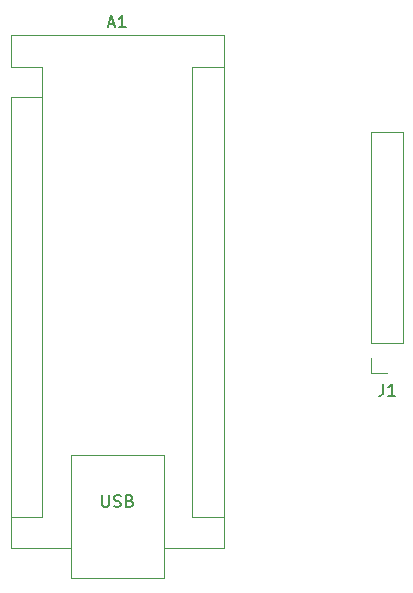
<source format=gbr>
%TF.GenerationSoftware,KiCad,Pcbnew,8.0.4*%
%TF.CreationDate,2024-08-26T17:47:24-03:00*%
%TF.ProjectId,IMU com arduino,494d5520-636f-46d2-9061-726475696e6f,rev?*%
%TF.SameCoordinates,Original*%
%TF.FileFunction,Legend,Top*%
%TF.FilePolarity,Positive*%
%FSLAX46Y46*%
G04 Gerber Fmt 4.6, Leading zero omitted, Abs format (unit mm)*
G04 Created by KiCad (PCBNEW 8.0.4) date 2024-08-26 17:47:24*
%MOMM*%
%LPD*%
G01*
G04 APERTURE LIST*
%ADD10C,0.150000*%
%ADD11C,0.120000*%
G04 APERTURE END LIST*
D10*
X96186666Y-50484819D02*
X96186666Y-51199104D01*
X96186666Y-51199104D02*
X96139047Y-51341961D01*
X96139047Y-51341961D02*
X96043809Y-51437200D01*
X96043809Y-51437200D02*
X95900952Y-51484819D01*
X95900952Y-51484819D02*
X95805714Y-51484819D01*
X97186666Y-51484819D02*
X96615238Y-51484819D01*
X96900952Y-51484819D02*
X96900952Y-50484819D01*
X96900952Y-50484819D02*
X96805714Y-50627676D01*
X96805714Y-50627676D02*
X96710476Y-50722914D01*
X96710476Y-50722914D02*
X96615238Y-50770533D01*
X72945714Y-19981104D02*
X73421904Y-19981104D01*
X72850476Y-20266819D02*
X73183809Y-19266819D01*
X73183809Y-19266819D02*
X73517142Y-20266819D01*
X74374285Y-20266819D02*
X73802857Y-20266819D01*
X74088571Y-20266819D02*
X74088571Y-19266819D01*
X74088571Y-19266819D02*
X73993333Y-19409676D01*
X73993333Y-19409676D02*
X73898095Y-19504914D01*
X73898095Y-19504914D02*
X73802857Y-19552533D01*
X72398095Y-59906819D02*
X72398095Y-60716342D01*
X72398095Y-60716342D02*
X72445714Y-60811580D01*
X72445714Y-60811580D02*
X72493333Y-60859200D01*
X72493333Y-60859200D02*
X72588571Y-60906819D01*
X72588571Y-60906819D02*
X72779047Y-60906819D01*
X72779047Y-60906819D02*
X72874285Y-60859200D01*
X72874285Y-60859200D02*
X72921904Y-60811580D01*
X72921904Y-60811580D02*
X72969523Y-60716342D01*
X72969523Y-60716342D02*
X72969523Y-59906819D01*
X73398095Y-60859200D02*
X73540952Y-60906819D01*
X73540952Y-60906819D02*
X73779047Y-60906819D01*
X73779047Y-60906819D02*
X73874285Y-60859200D01*
X73874285Y-60859200D02*
X73921904Y-60811580D01*
X73921904Y-60811580D02*
X73969523Y-60716342D01*
X73969523Y-60716342D02*
X73969523Y-60621104D01*
X73969523Y-60621104D02*
X73921904Y-60525866D01*
X73921904Y-60525866D02*
X73874285Y-60478247D01*
X73874285Y-60478247D02*
X73779047Y-60430628D01*
X73779047Y-60430628D02*
X73588571Y-60383009D01*
X73588571Y-60383009D02*
X73493333Y-60335390D01*
X73493333Y-60335390D02*
X73445714Y-60287771D01*
X73445714Y-60287771D02*
X73398095Y-60192533D01*
X73398095Y-60192533D02*
X73398095Y-60097295D01*
X73398095Y-60097295D02*
X73445714Y-60002057D01*
X73445714Y-60002057D02*
X73493333Y-59954438D01*
X73493333Y-59954438D02*
X73588571Y-59906819D01*
X73588571Y-59906819D02*
X73826666Y-59906819D01*
X73826666Y-59906819D02*
X73969523Y-59954438D01*
X74731428Y-60383009D02*
X74874285Y-60430628D01*
X74874285Y-60430628D02*
X74921904Y-60478247D01*
X74921904Y-60478247D02*
X74969523Y-60573485D01*
X74969523Y-60573485D02*
X74969523Y-60716342D01*
X74969523Y-60716342D02*
X74921904Y-60811580D01*
X74921904Y-60811580D02*
X74874285Y-60859200D01*
X74874285Y-60859200D02*
X74779047Y-60906819D01*
X74779047Y-60906819D02*
X74398095Y-60906819D01*
X74398095Y-60906819D02*
X74398095Y-59906819D01*
X74398095Y-59906819D02*
X74731428Y-59906819D01*
X74731428Y-59906819D02*
X74826666Y-59954438D01*
X74826666Y-59954438D02*
X74874285Y-60002057D01*
X74874285Y-60002057D02*
X74921904Y-60097295D01*
X74921904Y-60097295D02*
X74921904Y-60192533D01*
X74921904Y-60192533D02*
X74874285Y-60287771D01*
X74874285Y-60287771D02*
X74826666Y-60335390D01*
X74826666Y-60335390D02*
X74731428Y-60383009D01*
X74731428Y-60383009D02*
X74398095Y-60383009D01*
D11*
%TO.C,J1*%
X97850000Y-46990000D02*
X97850000Y-29150000D01*
X97850000Y-46990000D02*
X95190000Y-46990000D01*
X97850000Y-29150000D02*
X95190000Y-29150000D01*
X96520000Y-49590000D02*
X95190000Y-49590000D01*
X95190000Y-49590000D02*
X95190000Y-48260000D01*
X95190000Y-46990000D02*
X95190000Y-29150000D01*
%TO.C,A1*%
X82680000Y-64392000D02*
X82680000Y-20952000D01*
X82680000Y-64392000D02*
X77600000Y-64392000D01*
X82680000Y-20952000D02*
X64640000Y-20952000D01*
X80010000Y-61722000D02*
X82680000Y-61722000D01*
X80010000Y-23622000D02*
X82680000Y-23622000D01*
X80010000Y-23622000D02*
X80010000Y-61722000D01*
X77600000Y-66932000D02*
X69720000Y-66932000D01*
X77600000Y-56512000D02*
X77600000Y-66932000D01*
X69720000Y-66932000D02*
X69720000Y-56512000D01*
X69720000Y-56512000D02*
X77600000Y-56512000D01*
X67310000Y-61722000D02*
X64640000Y-61722000D01*
X67310000Y-26162000D02*
X67310000Y-61722000D01*
X67310000Y-26162000D02*
X67310000Y-23622000D01*
X67310000Y-26162000D02*
X64640000Y-26162000D01*
X67310000Y-23622000D02*
X64640000Y-23622000D01*
X64640000Y-64392000D02*
X69720000Y-64392000D01*
X64640000Y-26162000D02*
X64640000Y-64392000D01*
X64640000Y-20952000D02*
X64640000Y-23622000D01*
%TD*%
M02*

</source>
